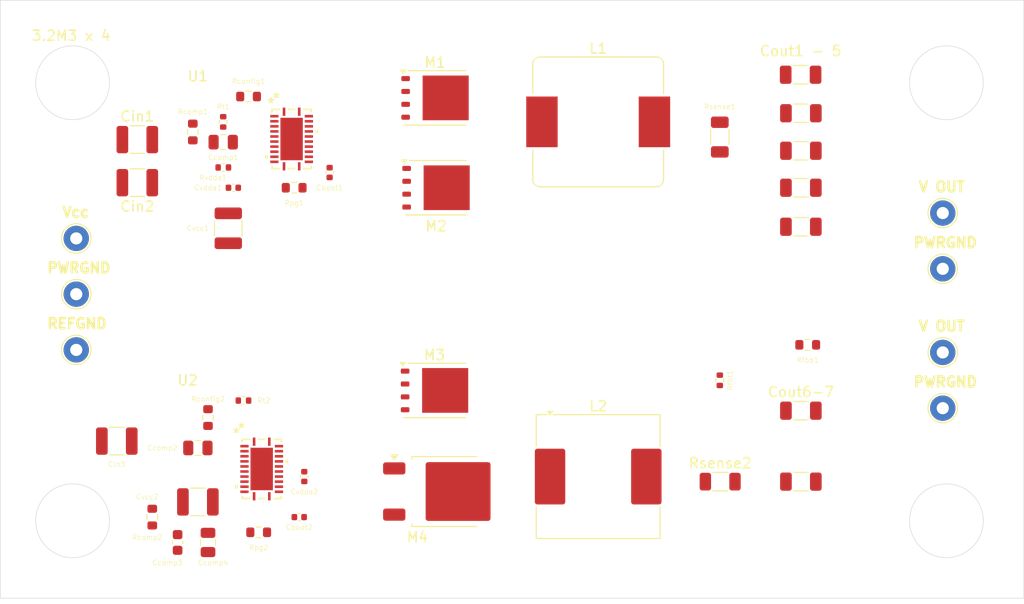
<source format=kicad_pcb>
(kicad_pcb (version 20241229) (generator "pcbnew") (generator_version "9.0")
  (layers (0 "F.Cu" signal) (2 "B.Cu" signal) (13 "F.Paste" user) (15 "B.Paste" user) (5 "F.SilkS" user "F.Silkscreen") (7 "B.SilkS" user "B.Silkscreen") (1 "F.Mask" user) (3 "B.Mask" user) (25 "Edge.Cuts" user))
  (net 0 "")
  (net 1 "Net-(U1-CBOOT)")
  (net 2 "Net-(M2-D)")
  (net 3 "Net-(M4-D)")
  (net 4 "Net-(U2-CBOOT)")
  (net 5 "GNDREF")
  (net 6 "Net-(Ccomp1-Pad1)")
  (net 7 "Net-(U1-EXTCOMP)")
  (net 8 "Net-(Ccomp3-Pad2)")
  (net 9 "Net-(U2-EXTCOMP)")
  (net 10 "GNDPWR")
  (net 11 "VCC")
  (net 12 "Net-(Con2-Pin_1)")
  (net 13 "Net-(Con3-Pin_1)")
  (net 14 "Net-(U1-VCC)")
  (net 15 "Net-(U2-VCC)")
  (net 16 "Net-(U1-PFM{slash}SYNC)")
  (net 17 "Net-(U2-PFM{slash}SYNC)")
  (net 18 "Net-(U1-ISNS+)")
  (net 19 "Net-(U2-ISNS+)")
  (net 20 "Net-(M1-G)")
  (net 21 "Net-(M2-G)")
  (net 22 "Net-(M3-G)")
  (net 23 "Net-(M4-G)")
  (net 24 "Net-(U1-CNFG)")
  (net 25 "Net-(U2-CNFG)")
  (net 26 "Net-(U2-FB)")
  (net 27 "Net-(U1-PG{slash}SYNCOUT)")
  (net 28 "Net-(U2-PG{slash}SYNCOUT)")
  (net 29 "Net-(U1-RT)")
  (net 30 "Net-(U2-RT)")
  (net 31 "Net-(U1-FB)")
  (footprint "Resistor_SMD:R_0402_1005Metric" (layer "F.Cu") (at 110.5 56 90)
    (property "Reference" "Rfbt1" (at 0 1 90) (layer "F.SilkS") (effects (font (size 0.5 0.5) (thickness 0.05))))
    (property "Value" "232K")
    (fp_line (start -0.153641 -0.38) (end 0.153641 -0.38) (stroke (width 0.12)) (layer "F.SilkS"))
    (fp_line (start -0.153641 0.38) (end 0.153641 0.38) (stroke (width 0.12)) (layer "F.SilkS"))
    (pad "1" smd roundrect (at -0.51 0 90) (size 0.54 0.64) (layers "F.Cu" "F.Mask" "F.Paste") (net 13 "Net-(Con3-Pin_1)"))
    (pad "2" smd roundrect (at 0.51 0 90) (size 0.54 0.64) (layers "F.Cu" "F.Mask" "F.Paste") (net 26 "Net-(U2-FB)"))
  )
  (footprint "Resistor_SMD:R_0603_1608Metric" (layer "F.Cu") (at 65 71)
    (property "Reference" "Rpg2" (at 0 1.5 0) (layer "F.SilkS") (effects (font (size 0.5 0.5) (thickness 0.05))))
    (property "Value" "100k")
    (fp_line (start -0.237258 -0.5225) (end 0.237258 -0.5225) (stroke (width 0.12)) (layer "F.SilkS"))
    (fp_line (start -0.237258 0.5225) (end 0.237258 0.5225) (stroke (width 0.12)) (layer "F.SilkS"))
    (pad "1" smd roundrect (at -0.825 0) (size 0.8 0.95) (layers "F.Cu" "F.Mask" "F.Paste") (net 15 "Net-(U2-VCC)"))
    (pad "2" smd roundrect (at 0.825 0) (size 0.8 0.95) (layers "F.Cu" "F.Mask" "F.Paste") (net 28 "Net-(U2-PG{slash}SYNCOUT)"))
  )
  (footprint "Capacitor_SMD:C_0402_1005Metric" (layer "F.Cu") (at 69.5 65.5 -90)
    (property "Reference" "Cvdda2" (at 1.5 0 180) (layer "F.SilkS") (effects (font (size 0.5 0.5) (thickness 0.05))))
    (property "Value" "100n")
    (fp_line (start -0.107836 0.36) (end 0.107836 0.36) (stroke (width 0.12)) (layer "F.SilkS"))
    (fp_line (start -0.107836 -0.36) (end 0.107836 -0.36) (stroke (width 0.12)) (layer "F.SilkS"))
    (pad "1" smd roundrect (at -0.48 0 270) (size 0.56 0.62) (layers "F.Cu" "F.Mask" "F.Paste") (net 17 "Net-(U2-PFM{slash}SYNC)"))
    (pad "2" smd roundrect (at 0.48 0 270) (size 0.56 0.62) (layers "F.Cu" "F.Mask" "F.Paste") (net 5 "GNDREF"))
  )
  (footprint "Capacitor_SMD:C_0402_1005Metric" (layer "F.Cu") (at 69 69.5 180)
    (property "Reference" "Cboot2" (at 0 -1 0) (layer "F.SilkS") (effects (font (size 0.5 0.5) (thickness 0.05))))
    (property "Value" "100n")
    (fp_line (start -0.107836 0.36) (end 0.107836 0.36) (stroke (width 0.12)) (layer "F.SilkS"))
    (fp_line (start -0.107836 -0.36) (end 0.107836 -0.36) (stroke (width 0.12)) (layer "F.SilkS"))
    (pad "1" smd roundrect (at -0.48 0 180) (size 0.56 0.62) (layers "F.Cu" "F.Mask" "F.Paste") (net 4 "Net-(U2-CBOOT)"))
    (pad "2" smd roundrect (at 0.48 0 180) (size 0.56 0.62) (layers "F.Cu" "F.Mask" "F.Paste") (net 3 "Net-(M4-D)"))
  )
  (footprint "Resistor_SMD:R_0402_1005Metric" (layer "F.Cu") (at 63.5 58 180)
    (property "Reference" "Rt2" (at -2 0 0) (layer "F.SilkS") (effects (font (size 0.5 0.5) (thickness 0.05))))
    (property "Value" "29.4K")
    (fp_line (start -0.153641 0.38) (end 0.153641 0.38) (stroke (width 0.12)) (layer "F.SilkS"))
    (fp_line (start -0.153641 -0.38) (end 0.153641 -0.38) (stroke (width 0.12)) (layer "F.SilkS"))
    (pad "1" smd roundrect (at -0.51 0 180) (size 0.54 0.64) (layers "F.Cu" "F.Mask" "F.Paste") (net 5 "GNDREF"))
    (pad "2" smd roundrect (at 0.51 0 180) (size 0.54 0.64) (layers "F.Cu" "F.Mask" "F.Paste") (net 30 "Net-(U2-RT)"))
  )
  (footprint "Capacitor_SMD:C_0805_2012Metric" (layer "F.Cu") (at 60 72 90)
    (property "Reference" "Ccomp4" (at -2 0.5 180) (layer "F.SilkS") (effects (font (size 0.5 0.5) (thickness 0.05))))
    (property "Value" "68p")
    (fp_line (start -0.261252 -0.735) (end 0.261252 -0.735) (stroke (width 0.12)) (layer "F.SilkS"))
    (fp_line (start -0.261252 0.735) (end 0.261252 0.735) (stroke (width 0.12)) (layer "F.SilkS"))
    (pad "1" smd roundrect (at -0.95 0 90) (size 1 1.45) (layers "F.Cu" "F.Mask" "F.Paste") (net 5 "GNDREF"))
    (pad "2" smd roundrect (at 0.95 0 90) (size 1 1.45) (layers "F.Cu" "F.Mask" "F.Paste") (net 9 "Net-(U2-EXTCOMP)"))
  )
  (footprint "Capacitor_SMD:C_1210_3225Metric" (layer "F.Cu") (at 51 62 180)
    (property "Reference" "Cin3" (at 0 -2.3 0) (layer "F.SilkS") (effects (font (size 0.5 0.5) (thickness 0.05))))
    (property "Value" "3.3u")
    (fp_line (start -0.711252 1.36) (end 0.711252 1.36) (stroke (width 0.12)) (layer "F.SilkS"))
    (fp_line (start -0.711252 -1.36) (end 0.711252 -1.36) (stroke (width 0.12)) (layer "F.SilkS"))
    (pad "1" smd roundrect (at -1.475 0 180) (size 1.15 2.7) (layers "F.Cu" "F.Mask" "F.Paste") (roundrect_rratio 0.217391) (net 11 "VCC"))
    (pad "2" smd roundrect (at 1.475 0 180) (size 1.15 2.7) (layers "F.Cu" "F.Mask" "F.Paste") (roundrect_rratio 0.217391) (net 10 "GNDPWR"))
  )
  (footprint "Resistor_SMD:R_0603_1608Metric" (layer "F.Cu") (at 119.175 52.5)
    (property "Reference" "Rfbb1" (at 0 1.5 0) (layer "F.SilkS") (effects (font (size 0.5 0.5) (thickness 0.05))))
    (property "Value" "10K")
    (fp_line (start -0.237258 -0.5225) (end 0.237258 -0.5225) (stroke (width 0.12)) (layer "F.SilkS"))
    (fp_line (start -0.237258 0.5225) (end 0.237258 0.5225) (stroke (width 0.12)) (layer "F.SilkS"))
    (pad "1" smd roundrect (at -0.825 0) (size 0.8 0.95) (layers "F.Cu" "F.Mask" "F.Paste") (net 26 "Net-(U2-FB)"))
    (pad "2" smd roundrect (at 0.825 0) (size 0.8 0.95) (layers "F.Cu" "F.Mask" "F.Paste") (net 10 "GNDPWR"))
  )
  (footprint "Wire Holes:Vout Holed" (layer "F.Cu") (at 132.5 39.5)
    (property "Reference" "Con2" (hide yes))
    (property "Value" "12V Out" (hide yes))
    (fp_circle (center 0 0) (end 0 1.45) (stroke (width 0.12)) (fill no) (layer "F.SilkS"))
    (fp_circle (center 0 5.5) (end 0 6.95) (stroke (width 0.12)) (fill no) (layer "F.SilkS"))
    (fp_text user "V OUT" (at -2.5 -2 0) (layer "F.SilkS") (effects (font (thickness 0.25) (bold yes)) (justify left bottom)))
    (fp_text user "PWRGND" (at -3 3.5 0) (layer "F.SilkS") (effects (font (thickness 0.25) (bold yes)) (justify left bottom)))
    (pad "1" thru_hole circle (at 0 0) (size 2.5 2.5) (drill 1.2) (layers "*.Cu" "*.Mask") (net 12 "Net-(Con2-Pin_1)"))
    (pad "2" thru_hole circle (at 0 5.5) (size 2.5 2.5) (drill 1.2) (layers "*.Cu" "*.Mask") (net 10 "GNDPWR"))
  )
  (footprint "Resistor_SMD:R_0603_1608Metric" (layer "F.Cu") (at 60 59.675 90)
    (property "Reference" "Rconfig2" (at 1.825 0 180) (layer "F.SilkS") (effects (font (size 0.5 0.5) (thickness 0.05))))
    (property "Value" "40.2K")
    (fp_line (start -0.237258 -0.5225) (end 0.237258 -0.5225) (stroke (width 0.12)) (layer "F.SilkS"))
    (fp_line (start -0.237258 0.5225) (end 0.237258 0.5225) (stroke (width 0.12)) (layer "F.SilkS"))
    (pad "1" smd roundrect (at -0.825 0 90) (size 0.8 0.95) (layers "F.Cu" "F.Mask" "F.Paste") (net 5 "GNDREF"))
    (pad "2" smd roundrect (at 0.825 0 90) (size 0.8 0.95) (layers "F.Cu" "F.Mask" "F.Paste") (net 25 "Net-(U2-CNFG)"))
  )
  (footprint "Resistor_SMD:R_0603_1608Metric" (layer "F.Cu") (at 68.5 37)
    (property "Reference" "Rpg1" (at 0 1.5 0) (layer "F.SilkS") (effects (font (size 0.5 0.5) (thickness 0.05))))
    (property "Value" "100K")
    (fp_line (start -0.237258 -0.5225) (end 0.237258 -0.5225) (stroke (width 0.12)) (layer "F.SilkS"))
    (fp_line (start -0.237258 0.5225) (end 0.237258 0.5225) (stroke (width 0.12)) (layer "F.SilkS"))
    (pad "1" smd roundrect (at -0.825 0) (size 0.8 0.95) (layers "F.Cu" "F.Mask" "F.Paste") (net 14 "Net-(U1-VCC)"))
    (pad "2" smd roundrect (at 0.825 0) (size 0.8 0.95) (layers "F.Cu" "F.Mask" "F.Paste") (net 27 "Net-(U1-PG{slash}SYNCOUT)"))
  )
  (footprint "Package_TO_SOT_SMD:TO-252-2" (layer "F.Cu") (at 83.415 66.975)
    (property "Reference" "M4" (at -2.74 4.5 0) (layer "F.SilkS"))
    (property "Value" "100V 200A")
    (fp_line (start -3.31 -3.45) (end -3.31 -3.18) (stroke (width 0.12)) (layer "F.SilkS"))
    (fp_line (start -3.31 3.45) (end -3.31 3.18) (stroke (width 0.12)) (layer "F.SilkS"))
    (fp_line (start 3.11 -3.45) (end -3.31 -3.45) (stroke (width 0.12)) (layer "F.SilkS"))
    (fp_line (start 3.11 3.45) (end -3.31 3.45) (stroke (width 0.12)) (layer "F.SilkS"))
    (fp_poly (pts (xy -5.04 -3.14) (xy -5.38 -3.61) (xy -4.7 -3.61)) (stroke (width 0.12)) (fill yes) (layer "F.SilkS"))
    (pad "1" smd roundrect (at -5.04 -2.28) (size 2.2 1.2) (layers "F.Cu" "F.Mask" "F.Paste") (roundrect_rratio 0.208333) (net 23 "Net-(M4-G)"))
    (pad "2" smd roundrect (at 1.26 0) (size 6.4 5.8) (layers "F.Cu" "F.Mask") (roundrect_rratio 0.043103) (net 3 "Net-(M4-D)"))
    (pad "3" smd roundrect (at -5.04 2.28) (size 2.2 1.2) (layers "F.Cu" "F.Mask" "F.Paste") (roundrect_rratio 0.208333) (net 10 "GNDPWR"))
  )
  (footprint "Capacitor_SMD:C_1206_3216Metric" (layer "F.Cu") (at 118.5 66)
    (property "Reference" "Cout7" (hide yes))
    (property "Value" "4.7u")
    (fp_line (start -0.711252 -0.91) (end 0.711252 -0.91) (stroke (width 0.12)) (layer "F.SilkS"))
    (fp_line (start -0.711252 0.91) (end 0.711252 0.91) (stroke (width 0.12)) (layer "F.SilkS"))
    (pad "1" smd roundrect (at -1.475 0) (size 1.15 1.8) (layers "F.Cu" "F.Mask" "F.Paste") (roundrect_rratio 0.217391) (net 13 "Net-(Con3-Pin_1)"))
    (pad "2" smd roundrect (at 1.475 0) (size 1.15 1.8) (layers "F.Cu" "F.Mask" "F.Paste") (roundrect_rratio 0.217391) (net 10 "GNDPWR"))
  )
  (footprint "Resistor_SMD:R_0603_1608Metric" (layer "F.Cu") (at 54.5 69.5 90)
    (property "Reference" "Rcomp2" (at -2 -0.5 180) (layer "F.SilkS") (effects (font (size 0.5 0.5) (thickness 0.05))))
    (property "Value" "5.23k")
    (fp_line (start -0.237258 -0.5225) (end 0.237258 -0.5225) (stroke (width 0.12)) (layer "F.SilkS"))
    (fp_line (start -0.237258 0.5225) (end 0.237258 0.5225) (stroke (width 0.12)) (layer "F.SilkS"))
    (pad "1" smd roundrect (at -0.825 0 90) (size 0.8 0.95) (layers "F.Cu" "F.Mask" "F.Paste") (net 8 "Net-(Ccomp3-Pad2)"))
    (pad "2" smd roundrect (at 0.825 0 90) (size 0.8 0.95) (layers "F.Cu" "F.Mask" "F.Paste") (net 9 "Net-(U2-EXTCOMP)"))
  )
  (footprint "Package_TO_SOT_SMD:TDSON-8-1" (layer "F.Cu") (at 82.4 28.135)
    (property "Reference" "M1" (at 0 -3.5 0) (layer "F.SilkS"))
    (property "Value" "80V 77A")
    (fp_line (start 3.06 -2.685) (end -2.62 -2.685) (stroke (width 0.12)) (layer "F.SilkS"))
    (fp_line (start 3.06 2.685) (end -3.06 2.685) (stroke (width 0.12)) (layer "F.SilkS"))
    (fp_poly (pts (xy -3.131622 -2.42027) (xy -3.371622 -2.75027) (xy -2.891622 -2.75027) (xy -3.131622 -2.42027)) (stroke (width 0.12)) (fill yes) (layer "F.SilkS"))
    (pad "1" smd roundrect (at -2.9 -1.905) (size 0.85 0.5) (layers "F.Cu" "F.Mask" "F.Paste") (net 2 "Net-(M2-D)"))
    (pad "2" smd roundrect (at -2.9 -0.635) (size 0.85 0.5) (layers "F.Cu" "F.Mask" "F.Paste") (net 2 "Net-(M2-D)"))
    (pad "3" smd roundrect (at -2.9 0.635) (size 0.85 0.5) (layers "F.Cu" "F.Mask" "F.Paste") (net 2 "Net-(M2-D)"))
    (pad "4" smd roundrect (at -2.9 1.905) (size 0.85 0.5) (layers "F.Cu" "F.Mask" "F.Paste") (net 20 "Net-(M1-G)"))
    (pad "5" smd rect (at 1.05 0) (size 4.55 4.41) (layers "F.Cu") (net 11 "VCC"))
  )
  (footprint "Resistor_SMD:R_1206_3216Metric" (layer "F.Cu") (at 110.5 32 -90)
    (property "Reference" "Rsense1" (at -3 0 0) (layer "F.SilkS") (effects (font (size 0.5 0.5) (thickness 0.05))))
    (property "Value" "6m")
    (fp_line (start -0.727064 0.91) (end 0.727064 0.91) (stroke (width 0.12)) (layer "F.SilkS"))
    (fp_line (start -0.727064 -0.91) (end 0.727064 -0.91) (stroke (width 0.12)) (layer "F.SilkS"))
    (pad "1" smd roundrect (at -1.4625 0 270) (size 1.125 1.75) (layers "F.Cu" "F.Mask" "F.Paste") (roundrect_rratio 0.222222) (net 18 "Net-(U1-ISNS+)"))
    (pad "2" smd roundrect (at 1.4625 0 270) (size 1.125 1.75) (layers "F.Cu" "F.Mask" "F.Paste") (roundrect_rratio 0.222222) (net 12 "Net-(Con2-Pin_1)"))
  )
  (footprint "Inductor_SMD:L_Coilcraft_MSS1210-XXX" (layer "F.Cu") (at 98.5 65.5)
    (property "Reference" "L2" (at 0 -6.95 0) (layer "F.SilkS"))
    (property "Value" "10u")
    (fp_line (start -6.11 -6.11) (end -5.047 -6.11) (stroke (width 0.12)) (layer "F.SilkS"))
    (fp_line (start -6.11 -3.01) (end -6.11 -6.11) (stroke (width 0.12)) (layer "F.SilkS"))
    (fp_line (start -6.11 6.11) (end -6.11 3.01) (stroke (width 0.12)) (layer "F.SilkS"))
    (fp_line (start -4.453 -6.11) (end 6.11 -6.11) (stroke (width 0.12)) (layer "F.SilkS"))
    (fp_line (start 6.11 -6.11) (end 6.11 -3.01) (stroke (width 0.12)) (layer "F.SilkS"))
    (fp_line (start 6.11 3.01) (end 6.11 6.11) (stroke (width 0.12)) (layer "F.SilkS"))
    (fp_line (start 6.11 6.11) (end -6.11 6.11) (stroke (width 0.12)) (layer "F.SilkS"))
    (fp_poly (pts (xy -4.75 -6.11) (xy -4.99 -6.44) (xy -4.51 -6.44)) (stroke (width 0.12)) (fill yes) (layer "F.SilkS"))
    (pad "1" smd roundrect (at -4.75 0) (size 3 5.5) (layers "F.Cu" "F.Mask" "F.Paste") (roundrect_rratio 0.083333) (net 3 "Net-(M4-D)"))
    (pad "2" smd roundrect (at 4.75 0) (size 3 5.5) (layers "F.Cu" "F.Mask" "F.Paste") (roundrect_rratio 0.083333) (net 19 "Net-(U2-ISNS+)"))
  )
  (footprint "Resistor_SMD:R_0603_1608Metric" (layer "F.Cu") (at 58.5 31.5 90)
    (property "Reference" "Rcomp1" (at 2 0 180) (layer "F.SilkS") (effects (font (size 0.5 0.5) (thickness 0.05))))
    (property "Value" "4.7K")
    (fp_line (start -0.237258 -0.5225) (end 0.237258 -0.5225) (stroke (width 0.12)) (layer "F.SilkS"))
    (fp_line (start -0.237258 0.5225) (end 0.237258 0.5225) (stroke (width 0.12)) (layer "F.SilkS"))
    (pad "1" smd roundrect (at -0.825 0 90) (size 0.8 0.95) (layers "F.Cu" "F.Mask" "F.Paste") (net 6 "Net-(Ccomp1-Pad1)"))
    (pad "2" smd roundrect (at 0.825 0 90) (size 0.8 0.95) (layers "F.Cu" "F.Mask" "F.Paste") (net 7 "Net-(U1-EXTCOMP)"))
  )
  (footprint "Capacitor_SMD:C_0805_2012Metric" (layer "F.Cu") (at 61.5 32.5)
    (property "Reference" "Ccomp1" (at 0 1.5 0) (layer "F.SilkS") (effects (font (size 0.5 0.5) (thickness 0.05))))
    (property "Value" "3.9n")
    (fp_line (start -0.261252 -0.735) (end 0.261252 -0.735) (stroke (width 0.12)) (layer "F.SilkS"))
    (fp_line (start -0.261252 0.735) (end 0.261252 0.735) (stroke (width 0.12)) (layer "F.SilkS"))
    (pad "1" smd roundrect (at -0.95 0) (size 1 1.45) (layers "F.Cu" "F.Mask" "F.Paste") (net 6 "Net-(Ccomp1-Pad1)"))
    (pad "2" smd roundrect (at 0.95 0) (size 1 1.45) (layers "F.Cu" "F.Mask" "F.Paste") (net 5 "GNDREF"))
  )
  (footprint "Capacitor_SMD:C_1210_3225Metric" (layer "F.Cu") (at 53.025 32.25)
    (property "Reference" "Cin1" (at 0 -2.3 0) (layer "F.SilkS"))
    (property "Value" "2.2u")
    (fp_line (start -0.711252 -1.36) (end 0.711252 -1.36) (stroke (width 0.12)) (layer "F.SilkS"))
    (fp_line (start -0.711252 1.36) (end 0.711252 1.36) (stroke (width 0.12)) (layer "F.SilkS"))
    (pad "1" smd roundrect (at -1.475 0) (size 1.15 2.7) (layers "F.Cu" "F.Mask" "F.Paste") (roundrect_rratio 0.217391) (net 11 "VCC"))
    (pad "2" smd roundrect (at 1.475 0) (size 1.15 2.7) (layers "F.Cu" "F.Mask" "F.Paste") (roundrect_rratio 0.217391) (net 10 "GNDPWR"))
  )
  (footprint "Capacitor_SMD:C_1206_3216Metric" (layer "F.Cu") (at 118.5 29.65)
    (property "Reference" "Cout2" (hide yes))
    (property "Value" "10u")
    (fp_line (start -0.711252 -0.91) (end 0.711252 -0.91) (stroke (width 0.12)) (layer "F.SilkS"))
    (fp_line (start -0.711252 0.91) (end 0.711252 0.91) (stroke (width 0.12)) (layer "F.SilkS"))
    (pad "1" smd roundrect (at -1.475 0) (size 1.15 1.8) (layers "F.Cu" "F.Mask" "F.Paste") (roundrect_rratio 0.217391) (net 12 "Net-(Con2-Pin_1)"))
    (pad "2" smd roundrect (at 1.475 0) (size 1.15 1.8) (layers "F.Cu" "F.Mask" "F.Paste") (roundrect_rratio 0.217391) (net 10 "GNDPWR"))
  )
  (footprint "Resistor_SMD:R_0603_1608Metric" (layer "F.Cu") (at 64 28)
    (property "Reference" "Rconfig1" (at 0 -1.5 0) (layer "F.SilkS") (effects (font (size 0.5 0.5) (thickness 0.05))))
    (property "Value" "40.2K")
    (fp_line (start -0.237258 -0.5225) (end 0.237258 -0.5225) (stroke (width 0.12)) (layer "F.SilkS"))
    (fp_line (start -0.237258 0.5225) (end 0.237258 0.5225) (stroke (width 0.12)) (layer "F.SilkS"))
    (pad "1" smd roundrect (at -0.825 0) (size 0.8 0.95) (layers "F.Cu" "F.Mask" "F.Paste") (net 5 "GNDREF"))
    (pad "2" smd roundrect (at 0.825 0) (size 0.8 0.95) (layers "F.Cu" "F.Mask" "F.Paste") (net 24 "Net-(U1-CNFG)"))
  )
  (footprint "Capacitor_SMD:C_0805_2012Metric" (layer "F.Cu") (at 59 62.675)
    (property "Reference" "Ccomp2" (at -3.5 0 0) (layer "F.SilkS") (effects (font (size 0.5 0.5) (thickness 0.05))))
    (property "Value" "100p")
    (fp_line (start -0.261252 -0.735) (end 0.261252 -0.735) (stroke (width 0.12)) (layer "F.SilkS"))
    (fp_line (start -0.261252 0.735) (end 0.261252 0.735) (stroke (width 0.12)) (layer "F.SilkS"))
    (pad "1" smd roundrect (at -0.95 0) (size 1 1.45) (layers "F.Cu" "F.Mask" "F.Paste") (net 7 "Net-(U1-EXTCOMP)"))
    (pad "2" smd roundrect (at 0.95 0) (size 1 1.45) (layers "F.Cu" "F.Mask" "F.Paste") (net 5 "GNDREF"))
  )
  (footprint "Resistor_SMD:R_0402_1005Metric" (layer "F.Cu") (at 61.51 35)
    (property "Reference" "Rvdda1" (at -1.01 1 0) (layer "F.SilkS") (effects (font (size 0.5 0.5) (thickness 0.05))))
    (property "Value" "47.5K")
    (fp_line (start -0.153641 -0.38) (end 0.153641 -0.38) (stroke (width 0.12)) (layer "F.SilkS"))
    (fp_line (start -0.153641 0.38) (end 0.153641 0.38) (stroke (width 0.12)) (layer "F.SilkS"))
    (pad "1" smd roundrect (at -0.51 0) (size 0.54 0.64) (layers "F.Cu" "F.Mask" "F.Paste") (net 31 "Net-(U1-FB)"))
    (pad "2" smd roundrect (at 0.51 0) (size 0.54 0.64) (layers "F.Cu" "F.Mask" "F.Paste") (net 16 "Net-(U1-PFM{slash}SYNC)"))
  )
  (footprint "Wire Holes:Vin Holes" (layer "F.Cu") (at 47 42)
    (property "Reference" "Con1" (hide yes))
    (property "Value" "Battery In" (hide yes))
    (fp_circle (center 0 0) (end 0 1.45) (stroke (width 0.12)) (fill no) (layer "F.SilkS"))
    (fp_circle (center 0 5.5) (end 0 6.95) (stroke (width 0.12)) (fill no) (layer "F.SilkS"))
    (fp_circle (center 0 11) (end 0 12.45) (stroke (width 0.12)) (fill no) (layer "F.SilkS"))
    (fp_text user "PWRGND" (at -3 3.5 0) (layer "F.SilkS") (effects (font (thickness 0.25) (bold yes)) (justify left bottom)))
    (fp_text user "REFGND" (at -3 9 0) (layer "F.SilkS") (effects (font (thickness 0.25) (bold yes)) (justify left bottom)))
    (fp_text user "Vcc" (at -1.5 -2 0) (layer "F.SilkS") (effects (font (thickness 0.25) (bold yes)) (justify left bottom)))
    (pad "1" thru_hole circle (at 0 0) (size 2.5 2.5) (drill 1.2) (layers "*.Cu" "*.Mask") (net 11 "VCC"))
    (pad "2" thru_hole circle (at 0 5.5) (size 2.5 2.5) (drill 1.2) (layers "*.Cu" "*.Mask") (net 10 "GNDPWR"))
    (pad "3" thru_hole circle (at 0 11) (size 2.5 2.5) (drill 1.2) (layers "*.Cu" "*.Mask") (net 5 "GNDREF"))
  )
  (footprint "Wire Holes:Vout Holed" (layer "F.Cu") (at 132.5 53.25)
    (property "Reference" "Con3" (hide yes))
    (property "Value" "19.5V Out" (hide yes))
    (fp_circle (center 0 0) (end 0 1.45) (stroke (width 0.12)) (fill no) (layer "F.SilkS"))
    (fp_circle (center 0 5.5) (end 0 6.95) (stroke (width 0.12)) (fill no) (layer "F.SilkS"))
    (fp_text user "V OUT" (at -2.5 -2 0) (layer "F.SilkS") (effects (font (thickness 0.25) (bold yes)) (justify left bottom)))
    (fp_text user "PWRGND" (at -3 3.5 0) (layer "F.SilkS") (effects (font (thickness 0.25) (bold yes)) (justify left bottom)))
    (pad "1" thru_hole circle (at 0 0) (size 2.5 2.5) (drill 1.2) (layers "*.Cu" "*.Mask") (net 13 "Net-(Con3-Pin_1)"))
    (pad "2" thru_hole circle (at 0 5.5) (size 2.5 2.5) (drill 1.2) (layers "*.Cu" "*.Mask") (net 10 "GNDPWR"))
  )
  (footprint "Inductor_SMD:L_Bourns_SRP1245A" (layer "F.Cu") (at 98.5 30.5)
    (property "Reference" "L1" (at 0 -7.25 0) (layer "F.SilkS"))
    (property "Value" "6.8u")
    (fp_line (start -6.45 -5.75) (end -6.45 -2.8) (stroke (width 0.12)) (layer "F.SilkS"))
    (fp_line (start -6.45 2.8) (end -6.45 5.7) (stroke (width 0.12)) (layer "F.SilkS"))
    (fp_line (start -5.75 -6.4) (end 5.75 -6.4) (stroke (width 0.12)) (layer "F.SilkS"))
    (fp_line (start 5.75 6.4) (end -5.75 6.4) (stroke (width 0.12)) (layer "F.SilkS"))
    (fp_line (start 6.45 -5.7) (end 6.45 -2.8) (stroke (width 0.12)) (layer "F.SilkS"))
    (fp_line (start 6.45 2.8) (end 6.45 5.7) (stroke (width 0.12)) (layer "F.SilkS"))
    (fp_arc (start -6.45 -5.7) (mid -6.244975 -6.194975) (end -5.75 -6.4) (stroke (width 0.12)) (layer "F.SilkS"))
    (fp_arc (start -5.75 6.4) (mid -6.244975 6.194975) (end -6.45 5.7) (stroke (width 0.12)) (layer "F.SilkS"))
    (fp_arc (start 5.75 -6.4) (mid 6.244975 -6.194975) (end 6.45 -5.7) (stroke (width 0.12)) (layer "F.SilkS"))
    (fp_arc (start 6.45 5.7) (mid 6.244975 6.194975) (end 5.75 6.4) (stroke (width 0.12)) (layer "F.SilkS"))
    (pad "1" smd rect (at -5.55 0) (size 3.1 5) (layers "F.Cu" "F.Mask" "F.Paste") (net 2 "Net-(M2-D)"))
    (pad "2" smd rect (at 5.55 0) (size 3.1 5) (layers "F.Cu" "F.Mask" "F.Paste") (net 18 "Net-(U1-ISNS+)"))
  )
  (footprint "Capacitor_SMD:C_1206_3216Metric" (layer "F.Cu") (at 118.5 59)
    (property "Reference" "Cout6-7" (at 0 -1.85 0) (layer "F.SilkS"))
    (property "Value" "4.7u")
    (fp_line (start -0.711252 -0.91) (end 0.711252 -0.91) (stroke (width 0.12)) (layer "F.SilkS"))
    (fp_line (start -0.711252 0.91) (end 0.711252 0.91) (stroke (width 0.12)) (layer "F.SilkS"))
    (pad "1" smd roundrect (at -1.475 0) (size 1.15 1.8) (layers "F.Cu" "F.Mask" "F.Paste") (roundrect_rratio 0.217391) (net 13 "Net-(Con3-Pin_1)"))
    (pad "2" smd roundrect (at 1.475 0) (size 1.15 1.8) (layers "F.Cu" "F.Mask" "F.Paste") (roundrect_rratio 0.217391) (net 10 "GNDPWR"))
  )
  (footprint "Capacitor_SMD:C_1206_3216Metric" (layer "F.Cu") (at 118.5 33.35)
    (property "Reference" "Cout3" (hide yes))
    (property "Value" "10u")
    (fp_line (start -0.711252 -0.91) (end 0.711252 -0.91) (stroke (width 0.12)) (layer "F.SilkS"))
    (fp_line (start -0.711252 0.91) (end 0.711252 0.91) (stroke (width 0.12)) (layer "F.SilkS"))
    (pad "1" smd roundrect (at -1.475 0) (size 1.15 1.8) (layers "F.Cu" "F.Mask" "F.Paste") (roundrect_rratio 0.217391) (net 12 "Net-(Con2-Pin_1)"))
    (pad "2" smd roundrect (at 1.475 0) (size 1.15 1.8) (layers "F.Cu" "F.Mask" "F.Paste") (roundrect_rratio 0.217391) (net 10 "GNDPWR"))
  )
  (footprint "Capacitor_SMD:C_1206_3216Metric" (layer "F.Cu") (at 118.5 37)
    (property "Reference" "Cout4" (hide yes))
    (property "Value" "10u")
    (fp_line (start -0.711252 -0.91) (end 0.711252 -0.91) (stroke (width 0.12)) (layer "F.SilkS"))
    (fp_line (start -0.711252 0.91) (end 0.711252 0.91) (stroke (width 0.12)) (layer "F.SilkS"))
    (pad "1" smd roundrect (at -1.475 0) (size 1.15 1.8) (layers "F.Cu" "F.Mask" "F.Paste") (roundrect_rratio 0.217391) (net 12 "Net-(Con2-Pin_1)"))
    (pad "2" smd roundrect (at 1.475 0) (size 1.15 1.8) (layers "F.Cu" "F.Mask" "F.Paste") (roundrect_rratio 0.217391) (net 10 "GNDPWR"))
  )
  (footprint "Resistor_SMD:R_0402_1005Metric" (layer "F.Cu") (at 61.5 30.5 90)
    (property "Reference" "Rt1" (at 1.5 0 180) (layer "F.SilkS") (effects (font (size 0.5 0.5) (thickness 0.05))))
    (property "Value" "39K")
    (fp_line (start -0.153641 -0.38) (end 0.153641 -0.38) (stroke (width 0.12)) (layer "F.SilkS"))
    (fp_line (start -0.153641 0.38) (end 0.153641 0.38) (stroke (width 0.12)) (layer "F.SilkS"))
    (pad "1" smd roundrect (at -0.51 0 90) (size 0.54 0.64) (layers "F.Cu" "F.Mask" "F.Paste") (net 5 "GNDREF"))
    (pad "2" smd roundrect (at 0.51 0 90) (size 0.54 0.64) (layers "F.Cu" "F.Mask" "F.Paste") (net 29 "Net-(U1-RT)"))
  )
  (footprint "LM5149:VQFN24_RGY_TEX" (layer "F.Cu") (at 68.249999 32.1924)
    (property "Reference" "U1" (at -9.249999 -6.1924 0) (layer "F.SilkS"))
    (property "Value" "LM5149RGYR")
    (fp_line (start -1.9304 -2.921) (end -1.9304 -2.709741) (stroke (width 0.1524)) (layer "F.SilkS"))
    (fp_line (start -1.9304 2.709741) (end -1.9304 2.921) (stroke (width 0.1524)) (layer "F.SilkS"))
    (fp_line (start -1.9304 2.921) (end -1.209741 2.921) (stroke (width 0.1524)) (layer "F.SilkS"))
    (fp_line (start -1.209741 -2.921) (end -1.9304 -2.921) (stroke (width 0.1524)) (layer "F.SilkS"))
    (fp_line (start -0.290261 2.921) (end 0.290261 2.921) (stroke (width 0.1524)) (layer "F.SilkS"))
    (fp_line (start 0.290261 -2.921) (end -0.290261 -2.921) (stroke (width 0.1524)) (layer "F.SilkS"))
    (fp_line (start 1.209741 2.921) (end 1.9304 2.921) (stroke (width 0.1524)) (layer "F.SilkS"))
    (fp_line (start 1.9304 -2.921) (end 1.209741 -2.921) (stroke (width 0.1524)) (layer "F.SilkS"))
    (fp_line (start 1.9304 -2.709741) (end 1.9304 -2.921) (stroke (width 0.1524)) (layer "F.SilkS"))
    (fp_line (start 1.9304 2.921) (end 1.9304 2.709741) (stroke (width 0.1524)) (layer "F.SilkS"))
    (fp_poly (pts (xy -2.6162 1.559499) (xy -2.6162 1.940499) (xy -2.3622 1.940499) (xy -2.3622 1.559499)) (fill yes) (layer "F.SilkS"))
    (fp_poly (pts (xy 2.6162 -0.940501) (xy 2.6162 -0.559501) (xy 2.3622 -0.559501) (xy 2.3622 -0.940501)) (fill yes) (layer "F.SilkS"))
    (fp_text user "*" (at -1.5 -4 0) (layer "F.SilkS"))
    (fp_text user "*" (at -2.04 -3.5 0) (layer "F.SilkS"))
    (pad "1" smd rect (at -0.750001 -2.6924) (size 0.254 0.8128) (layers "F.Cu" "F.Mask" "F.Paste") (net 5 "GNDREF"))
    (pad "2" smd rect (at -1.7018 -2.250001 90) (size 0.254 0.8128) (layers "F.Cu" "F.Mask" "F.Paste"))
    (pad "3" smd rect (at -1.7018 -1.749999 90) (size 0.254 0.8128) (layers "F.Cu" "F.Mask" "F.Paste") (net 24 "Net-(U1-CNFG)"))
    (pad "4" smd rect (at -1.7018 -1.25 90) (size 0.254 0.8128) (layers "F.Cu" "F.Mask" "F.Paste") (net 29 "Net-(U1-RT)"))
    (pad "5" smd rect (at -1.7018 -0.750001 90) (size 0.254 0.8128) (layers "F.Cu" "F.Mask" "F.Paste") (net 7 "Net-(U1-EXTCOMP)"))
    (pad "6" smd rect (at -1.7018 -0.25 90) (size 0.254 0.8128) (layers "F.Cu" "F.Mask" "F.Paste") (net 31 "Net-(U1-FB)"))
    (pad "7" smd rect (at -1.7018 0.25 90) (size 0.254 0.8128) (layers "F.Cu" "F.Mask" "F.Paste") (net 5 "GNDREF"))
    (pad "8" smd rect (at -1.7018 0.750001 90) (size 0.254 0.8128) (layers "F.Cu" "F.Mask" "F.Paste") (net 16 "Net-(U1-PFM{slash}SYNC)"))
    (pad "9" smd rect (at -1.7018 1.25 90) (size 0.254 0.8128) (layers "F.Cu" "F.Mask" "F.Paste") (net 14 "Net-(U1-VCC)"))
    (pad "10" smd rect (at -1.7018 1.749999 90) (size 0.254 0.8128) (layers "F.Cu" "F.Mask" "F.Paste") (net 10 "GNDPWR"))
    (pad "11" smd rect (at -1.7018 2.250001 90) (size 0.254 0.8128) (layers "F.Cu" "F.Mask" "F.Paste") (net 21 "Net-(M2-G)"))
    (pad "12" smd rect (at -0.750001 2.6924) (size 0.254 0.8128) (layers "F.Cu" "F.Mask" "F.Paste") (net 11 "VCC"))
    (pad "13" smd rect (at 0.750001 2.6924) (size 0.254 0.8128) (layers "F.Cu" "F.Mask" "F.Paste") (net 20 "Net-(M1-G)"))
    (pad "14" smd rect (at 1.7018 2.250001 90) (size 0.254 0.8128) (layers "F.Cu" "F.Mask" "F.Paste") (net 2 "Net-(M2-D)"))
    (pad "15" smd rect (at 1.7018 1.749999 90) (size 0.254 0.8128) (layers "F.Cu" "F.Mask" "F.Paste") (net 1 "Net-(U1-CBOOT)"))
    (pad "16" smd rect (at 1.7018 1.25 90) (size 0.254 0.8128) (layers "F.Cu" "F.Mask" "F.Paste") (net 5 "GNDREF"))
    (pad "17" smd rect (at 1.7018 0.750001 90) (size 0.254 0.8128) (layers "F.Cu" "F.Mask" "F.Paste") (net 27 "Net-(U1-PG{slash}SYNCOUT)"))
    (pad "18" smd rect (at 1.7018 0.25 90) (size 0.254 0.8128) (layers "F.Cu" "F.Mask" "F.Paste") (net 16 "Net-(U1-PFM{slash}SYNC)"))
    (pad "19" smd rect (at 1.7018 -0.25 90) (size 0.254 0.8128) (layers "F.Cu" "F.Mask" "F.Paste") (net 11 "VCC"))
    (pad "20" smd rect (at 1.7018 -0.750001 90) (size 0.254 0.8128) (layers "F.Cu" "F.Mask" "F.Paste") (net 18 "Net-(U1-ISNS+)"))
    (pad "21" smd rect (at 1.7018 -1.25 90) (size 0.254 0.8128) (layers "F.Cu" "F.Mask" "F.Paste") (net 12 "Net-(Con2-Pin_1)"))
    (pad "22" smd rect (at 1.7018 -1.749999 90) (size 0.254 0.8128) (layers "F.Cu" "F.Mask" "F.Paste"))
    (pad "23" smd rect (at 1.7018 -2.250001 90) (size 0.254 0.8128) (layers "F.Cu" "F.Mask" "F.Paste"))
    (pad "24" smd rect (at 0.750001 -2.6924) (size 0.254 0.8128) (layers "F.Cu" "F.Mask" "F.Paste") (net 5 "GNDREF"))
    (pad "25" smd rect (at 0 0) (size 2.2098 4.191) (layers "F.Cu" "F.Mask" "F.Paste") (net 5 "GNDREF"))
  )
  (footprint "Package_TO_SOT_SMD:TDSON-8-1" (layer "F.Cu") (at 82.5 37)
    (property "Reference" "M2" (at 0 3.785 0) (layer "F.SilkS"))
    (property "Value" "80V 77A")
    (fp_line (start 3.06 -2.685) (end -2.62 -2.685) (stroke (width 0.12)) (layer "F.SilkS"))
    (fp_line (start 3.06 2.685) (end -3.06 2.685) (stroke (width 0.12)) (layer "F.SilkS"))
    (fp_poly (pts (xy -3.131622 -2.42027) (xy -3.371622 -2.75027) (xy -2.891622 -2.75027) (xy -3.131622 -2.42027)) (stroke (width 0.12)) (fill yes) (layer "F.SilkS"))
    (pad "1" smd roundrect (at -2.9 -1.905) (size 0.85 0.5) (layers "F.Cu" "F.Mask" "F.Paste") (net 10 "GNDPWR"))
    (pad "2" smd roundrect (at -2.9 -0.635) (size 0.85 0.5) (layers "F.Cu" "F.Mask" "F.Paste") (net 10 "GNDPWR"))
    (pad "3" smd roundrect (at -2.9 0.635) (size 0.85 0.5) (layers "F.Cu" "F.Mask" "F.Paste") (net 10 "GNDPWR"))
    (pad "4" smd roundrect (at -2.9 1.905) (size 0.85 0.5) (layers "F.Cu" "F.Mask" "F.Paste") (net 21 "Net-(M2-G)"))
    (pad "5" smd rect (at 1.05 0) (size 4.55 4.41) (layers "F.Cu") (net 2 "Net-(M2-D)"))
  )
  (footprint "LM5149:VQFN24_RGY_TEX" (layer "F.Cu") (at 65.2982 64.75)
    (property "Reference" "U2" (at -7.2982 -8.75 0) (layer "F.SilkS"))
    (property "Value" "LM5149RGYR")
    (fp_line (start -1.9304 -2.921) (end -1.9304 -2.709741) (stroke (width 0.1524)) (layer "F.SilkS"))
    (fp_line (start -1.9304 2.709741) (end -1.9304 2.921) (stroke (width 0.1524)) (layer "F.SilkS"))
    (fp_line (start -1.9304 2.921) (end -1.209741 2.921) (stroke (width 0.1524)) (layer "F.SilkS"))
    (fp_line (start -1.209741 -2.921) (end -1.9304 -2.921) (stroke (width 0.1524)) (layer "F.SilkS"))
    (fp_line (start -0.290261 2.921) (end 0.290261 2.921) (stroke (width 0.1524)) (layer "F.SilkS"))
    (fp_line (start 0.290261 -2.921) (end -0.290261 -2.921) (stroke (width 0.1524)) (layer "F.SilkS"))
    (fp_line (start 1.209741 2.921) (end 1.9304 2.921) (stroke (width 0.1524)) (layer "F.SilkS"))
    (fp_line (start 1.9304 -2.921) (end 1.209741 -2.921) (stroke (width 0.1524)) (layer "F.SilkS"))
    (fp_line (start 1.9304 -2.709741) (end 1.9304 -2.921) (stroke (width 0.1524)) (layer "F.SilkS"))
    (fp_line (start 1.9304 2.921) (end 1.9304 2.709741) (stroke (width 0.1524)) (layer "F.SilkS"))
    (fp_poly (pts (xy -2.6162 1.559499) (xy -2.6162 1.940499) (xy -2.3622 1.940499) (xy -2.3622 1.559499)) (fill yes) (layer "F.SilkS"))
    (fp_poly (pts (xy 2.6162 -0.940501) (xy 2.6162 -0.559501) (xy 2.3622 -0.559501) (xy 2.3622 -0.940501)) (fill yes) (layer "F.SilkS"))
    (fp_text user "*" (at -2.5 -3.5 0) (layer "F.SilkS"))
    (fp_text user "*" (at -2 -4 0) (layer "F.SilkS"))
    (pad "1" smd rect (at -0.750001 -2.6924) (size 0.254 0.8128) (layers "F.Cu" "F.Mask" "F.Paste") (net 5 "GNDREF"))
    (pad "2" smd rect (at -1.7018 -2.250001 90) (size 0.254 0.8128) (layers "F.Cu" "F.Mask" "F.Paste"))
    (pad "3" smd rect (at -1.7018 -1.749999 90) (size 0.254 0.8128) (layers "F.Cu" "F.Mask" "F.Paste") (net 25 "Net-(U2-CNFG)"))
    (pad "4" smd rect (at -1.7018 -1.25 90) (size 0.254 0.8128) (layers "F.Cu" "F.Mask" "F.Paste") (net 30 "Net-(U2-RT)"))
    (pad "5" smd rect (at -1.7018 -0.750001 90) (size 0.254 0.8128) (layers "F.Cu" "F.Mask" "F.Paste") (net 9 "Net-(U2-EXTCOMP)"))
    (pad "6" smd rect (at -1.7018 -0.25 90) (size 0.254 0.8128) (layers "F.Cu" "F.Mask" "F.Paste") (net 26 "Net-(U2-FB)"))
    (pad "7" smd rect (at -1.7018 0.25 90) (size 0.254 0.8128) (layers "F.Cu" "F.Mask" "F.Paste") (net 5 "GNDREF"))
    (pad "8" smd rect (at -1.7018 0.750001 90) (size 0.254 0.8128) (layers "F.Cu" "F.Mask" "F.Paste") (net 17 "Net-(U2-PFM{slash}SYNC)"))
    (pad "9" smd rect (at -1.7018 1.25 90) (size 0.254 0.8128) (layers "F.Cu" "F.Mask" "F.Paste") (net 15 "Net-(U2-VCC)"))
    (pad "10" smd rect (at -1.7018 1.749999 90) (size 0.254 0.8128) (layers "F.Cu" "F.Mask" "F.Paste") (net 10 "GNDPWR"))
    (pad "11" smd rect (at -1.7018 2.250001 90) (size 0.254 0.8128) (layers "F.Cu" "F.Mask" "F.Paste") (net 23 "Net-(M4-G)"))
    (pad "12" smd rect (at -0.750001 2.6924) (size 0.254 0.8128) (layers "F.Cu" "F.Mask" "F.Paste") (net 11 "VCC"))
    (pad "13" smd rect (at 0.750001 2.6924) (size 0.254 0.8128) (layers "F.Cu" "F.Mask" "F.Paste") (net 22 "Net-(M3-G)"))
    (pad "14" smd rect (at 1.7018 2.250001 90) (size 0.254 0.8128) (layers "F.Cu" "F.Mask" "F.Paste") (net 3 "Net-(M4-D)"))
    (pad "15" smd rect (at 1.7018 1.749999 90) (size 0.254 0.8128) (layers "F.Cu" "F.Mask" "F.Paste") (net 4 "Net-(U2-CBOOT)"))
    (pad "16" smd rect (at 1.7018 1.25 90) (size 0.254 0.8128) (layers "F.Cu" "F.Mask" "F.Paste") (net 5 "GNDREF"))
    (pad "17" smd rect (at 1.7018 0.750001 90) (size 0.254 0.8128) (layers "F.Cu" "F.Mask" "F.Paste") (net 28 "Net-(U2-PG{slash}SYNCOUT)"))
    (pad "18" smd rect (at 1.7018 0.25 90) (size 0.254 0.8128) (layers "F.Cu" "F.Mask" "F.Paste") (net 17 "Net-(U2-PFM{slash}SYNC)"))
    (pad "19" smd rect (at 1.7018 -0.25 90) (size 0.254 0.8128) (layers "F.Cu" "F.Mask" "F.Paste") (net 11 "VCC"))
    (pad "20" smd rect (at 1.7018 -0.750001 90) (size 0.254 0.8128) (layers "F.Cu" "F.Mask" "F.Paste") (net 19 "Net-(U2-ISNS+)"))
    (pad "21" smd rect (at 1.7018 -1.25 90) (size 0.254 0.8128) (layers "F.Cu" "F.Mask" "F.Paste") (net 13 "Net-(Con3-Pin_1)"))
    (pad "22" smd rect (at 1.7018 -1.749999 90) (size 0.254 0.8128) (layers "F.Cu" "F.Mask" "F.Paste"))
    (pad "23" smd rect (at 1.7018 -2.250001 90) (size 0.254 0.8128) (layers "F.Cu" "F.Mask" "F.Paste"))
    (pad "24" smd rect (at 0.750001 -2.6924) (size 0.254 0.8128) (layers "F.Cu" "F.Mask" "F.Paste") (net 5 "GNDREF"))
    (pad "25" smd rect (at 0 0) (size 2.2098 4.191) (layers "F.Cu" "F.Mask" "F.Paste") (net 5 "GNDREF"))
  )
  (footprint "Resistor_SMD:R_1206_3216Metric" (layer "F.Cu") (at 110.5375 66)
    (property "Reference" "Rsense2" (at 0 -1.83 0) (layer "F.SilkS"))
    (property "Value" "9m")
    (fp_line (start -0.727064 -0.91) (end 0.727064 -0.91) (stroke (width 0.12)) (layer "F.SilkS"))
    (fp_line (start -0.727064 0.91) (end 0.727064 0.91) (stroke (width 0.12)) (layer "F.SilkS"))
    (pad "1" smd roundrect (at -1.4625 0) (size 1.125 1.75) (layers "F.Cu" "F.Mask" "F.Paste") (roundrect_rratio 0.222222) (net 19 "Net-(U2-ISNS+)"))
    (pad "2" smd roundrect (at 1.4625 0) (size 1.125 1.75) (layers "F.Cu" "F.Mask" "F.Paste") (roundrect_rratio 0.222222) (net 13 "Net-(Con3-Pin_1)"))
  )
  (footprint "Capacitor_SMD:C_0603_1608Metric" (layer "F.Cu") (at 57 72 90)
    (property "Reference" "Ccomp3" (at -2 -1 180) (layer "F.SilkS") (effects (font (size 0.5 0.5) (thickness 0.05))))
    (property "Value" "2.7n")
    (fp_line (start -0.14058 -0.51) (end 0.14058 -0.51) (stroke (width 0.12)) (layer "F.SilkS"))
    (fp_line (start -0.14058 0.51) (end 0.14058 0.51) (stroke (width 0.12)) (layer "F.SilkS"))
    (pad "1" smd roundrect (at -0.775 0 90) (size 0.9 0.95) (layers "F.Cu" "F.Mask" "F.Paste") (net 5 "GNDREF"))
    (pad "2" smd roundrect (at 0.775 0 90) (size 0.9 0.95) (layers "F.Cu" "F.Mask" "F.Paste") (net 8 "Net-(Ccomp3-Pad2)"))
  )
  (footprint "Capacitor_SMD:C_1210_3225Metric" (layer "F.Cu") (at 53.025 36.5)
    (property "Reference" "Cin2" (at 0 2.3424 0) (layer "F.SilkS"))
    (property "Value" "2.2u")
    (fp_line (start -0.711252 -1.36) (end 0.711252 -1.36) (stroke (width 0.12)) (layer "F.SilkS"))
    (fp_line (start -0.711252 1.36) (end 0.711252 1.36) (stroke (width 0.12)) (layer "F.SilkS"))
    (pad "1" smd roundrect (at -1.475 0) (size 1.15 2.7) (layers "F.Cu" "F.Mask" "F.Paste") (roundrect_rratio 0.217391) (net 11 "VCC"))
    (pad "2" smd roundrect (at 1.475 0) (size 1.15 2.7) (layers "F.Cu" "F.Mask" "F.Paste") (roundrect_rratio 0.217391) (net 10 "GNDPWR"))
  )
  (footprint "Capacitor_SMD:C_0402_1005Metric" (layer "F.Cu") (at 62.5 37)
    (property "Reference" "Cvdda1" (at -2.5 0 0) (layer "F.SilkS") (effects (font (size 0.5 0.5) (thickness 0.05))))
    (property "Value" "100n")
    (fp_line (start -0.107836 -0.36) (end 0.107836 -0.36) (stroke (width 0.12)) (layer "F.SilkS"))
    (fp_line (start -0.107836 0.36) (end 0.107836 0.36) (stroke (width 0.12)) (layer "F.SilkS"))
    (pad "1" smd roundrect (at -0.48 0) (size 0.56 0.62) (layers "F.Cu" "F.Mask" "F.Paste") (net 16 "Net-(U1-PFM{slash}SYNC)"))
    (pad "2" smd roundrect (at 0.48 0) (size 0.56 0.62) (layers "F.Cu" "F.Mask" "F.Paste") (net 5 "GNDREF"))
  )
  (footprint "Capacitor_SMD:C_1210_3225Metric" (layer "F.Cu") (at 62 41 -90)
    (property "Reference" "Cvcc1" (at 0 3 180) (layer "F.SilkS") (effects (font (size 0.5 0.5) (thickness 0.05))))
    (property "Value" "2.2u")
    (fp_line (start -0.711252 1.36) (end 0.711252 1.36) (stroke (width 0.12)) (layer "F.SilkS"))
    (fp_line (start -0.711252 -1.36) (end 0.711252 -1.36) (stroke (width 0.12)) (layer "F.SilkS"))
    (pad "1" smd roundrect (at -1.475 0 270) (size 1.15 2.7) (layers "F.Cu" "F.Mask" "F.Paste") (roundrect_rratio 0.217391) (net 14 "Net-(U1-VCC)"))
    (pad "2" smd roundrect (at 1.475 0 270) (size 1.15 2.7) (layers "F.Cu" "F.Mask" "F.Paste") (roundrect_rratio 0.217391) (net 10 "GNDPWR"))
  )
  (footprint "Capacitor_SMD:C_1206_3216Metric" (layer "F.Cu") (at 118.5 40.85)
    (property "Reference" "Cout5" (hide yes))
    (property "Value" "10u")
    (fp_line (start -0.711252 -0.91) (end 0.711252 -0.91) (stroke (width 0.12)) (layer "F.SilkS"))
    (fp_line (start -0.711252 0.91) (end 0.711252 0.91) (stroke (width 0.12)) (layer "F.SilkS"))
    (pad "1" smd roundrect (at -1.475 0) (size 1.15 1.8) (layers "F.Cu" "F.Mask" "F.Paste") (roundrect_rratio 0.217391) (net 12 "Net-(Con2-Pin_1)"))
    (pad "2" smd roundrect (at 1.475 0) (size 1.15 1.8) (layers "F.Cu" "F.Mask" "F.Paste") (roundrect_rratio 0.217391) (net 10 "GNDPWR"))
  )
  (footprint "Capacitor_SMD:C_1206_3216Metric" (layer "F.Cu") (at 118.475 25.85)
    (property "Reference" "Cout1 - 5" (at 0 -2.35 0) (layer "F.SilkS"))
    (property "Value" "10u")
    (fp_line (start -0.711252 -0.91) (end 0.711252 -0.91) (stroke (width 0.12)) (layer "F.SilkS"))
    (fp_line (start -0.711252 0.91) (end 0.711252 0.91) (stroke (width 0.12)) (layer "F.SilkS"))
    (pad "1" smd roundrect (at -1.475 0) (size 1.15 1.8) (layers "F.Cu" "F.Mask" "F.Paste") (roundrect_rratio 0.217391) (net 12 "Net-(Con2-Pin_1)"))
    (pad "2" smd roundrect (at 1.475 0) (size 1.15 1.8) (layers "F.Cu" "F.Mask" "F.Paste") (roundrect_rratio 0.217391) (net 10 "GNDPWR"))
  )
  (footprint "Package_TO_SOT_SMD:TDSON-8-1" (layer "F.Cu") (at 82.35 57)
    (property "Reference" "M3" (at 0 -3.5 0) (layer "F.SilkS"))
    (property "Value" "80V 77A")
    (fp_line (start 3.06 -2.685) (end -2.62 -2.685) (stroke (width 0.12)) (layer "F.SilkS"))
    (fp_line (start 3.06 2.685) (end -3.06 2.685) (stroke (width 0.12)) (layer "F.SilkS"))
    (fp_poly (pts (xy -3.131622 -2.42027) (xy -3.371622 -2.75027) (xy -2.891622 -2.75027) (xy -3.131622 -2.42027)) (stroke (width 0.12)) (fill yes) (layer "F.SilkS"))
    (pad "1" smd roundrect (at -2.9 -1.905) (size 0.85 0.5) (layers "F.Cu" "F.Mask" "F.Paste") (net 3 "Net-(M4-D)"))
    (pad "2" smd roundrect (at -2.9 -0.635) (size 0.85 0.5) (layers "F.Cu" "F.Mask" "F.Paste") (net 3 "Net-(M4-D)"))
    (pad "3" smd roundrect (at -2.9 0.635) (size 0.85 0.5) (layers "F.Cu" "F.Mask" "F.Paste") (net 3 "Net-(M4-D)"))
    (pad "4" smd roundrect (at -2.9 1.905) (size 0.85 0.5) (layers "F.Cu" "F.Mask" "F.Paste") (net 22 "Net-(M3-G)"))
    (pad "5" smd rect (at 1.05 0) (size 4.55 4.41) (layers "F.Cu") (net 11 "VCC"))
  )
  (footprint "Capacitor_SMD:C_1210_3225Metric" (layer "F.Cu") (at 59 68)
    (property "Reference" "Cvcc2" (at -5 -0.5 0) (layer "F.SilkS") (effects (font (size 0.5 0.5) (thickness 0.05))))
    (property "Value" "2.2u")
    (fp_line (start -0.711252 -1.36) (end 0.711252 -1.36) (stroke (width 0.12)) (layer "F.SilkS"))
    (fp_line (start -0.711252 1.36) (end 0.711252 1.36) (stroke (width 0.12)) (layer "F.SilkS"))
    (pad "1" smd roundrect (at -1.475 0) (size 1.15 2.7) (layers "F.Cu" "F.Mask" "F.Paste") (roundrect_rratio 0.217391) (net 15 "Net-(U2-VCC)"))
    (pad "2" smd roundrect (at 1.475 0) (size 1.15 2.7) (layers "F.Cu" "F.Mask" "F.Paste") (roundrect_rratio 0.217391) (net 10 "GNDPWR"))
  )
  (footprint "Capacitor_SMD:C_0402_1005Metric" (layer "F.Cu") (at 72 35.5 -90)
    (property "Reference" "Cboot1" (at 1.5 0 180) (layer "F.SilkS") (effects (font (size 0.5 0.5) (thickness 0.05))))
    (property "Value" "100n")
    (fp_line (start -0.107836 0.36) (end 0.107836 0.36) (stroke (width 0.12)) (layer "F.SilkS"))
    (fp_line (start -0.107836 -0.36) (end 0.107836 -0.36) (stroke (width 0.12)) (layer "F.SilkS"))
    (pad "1" smd roundrect (at -0.48 0 270) (size 0.56 0.62) (layers "F.Cu" "F.Mask" "F.Paste") (net 1 "Net-(U1-CBOOT)"))
    (pad "2" smd roundrect (at 0.48 0 270) (size 0.56 0.62) (layers "F.Cu" "F.Mask" "F.Paste") (net 2 "Net-(M2-D)"))
  )
  (gr_circle (center 46.640055 26.640055) (end 50.140055 25.640055) (stroke (width 0.05)) (fill no) (layer "Edge.Cuts"))
  (gr_circle (center 132.859945 69.859945) (end 136.359945 68.859945) (stroke (width 0.05)) (fill no) (layer "Edge.Cuts"))
  (gr_rect (start 39.5 18.5) (end 140.5 77.5) (stroke (width 0.05)) (fill no) (layer "Edge.Cuts"))
  (gr_circle (center 46.640055 69.859945) (end 50.140055 68.859945) (stroke (width 0.05)) (fill no) (layer "Edge.Cuts"))
  (gr_circle (center 132.859945 26.640055) (end 136.359945 25.640055) (stroke (width 0.05)) (fill no) (layer "Edge.Cuts"))
  (gr_text "3.2M3 x 4" (at 46.5 22 0) (layer "F.SilkS") (effects (font (size 1 1))))
)
</source>
